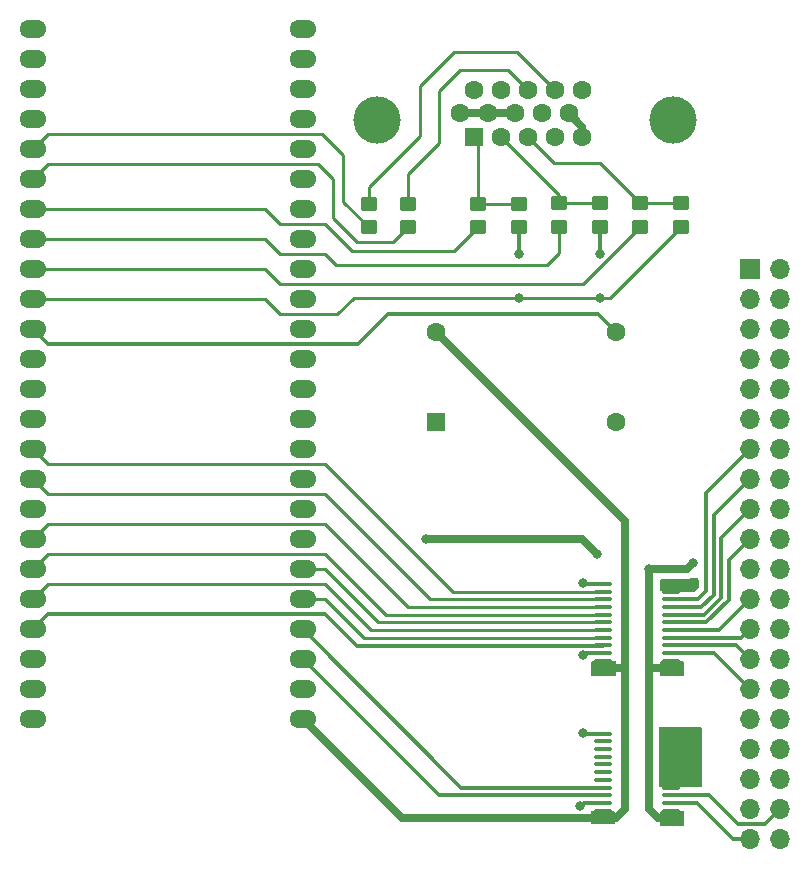
<source format=gbr>
%TF.GenerationSoftware,KiCad,Pcbnew,7.0.10*%
%TF.CreationDate,2024-01-21T15:51:13-05:00*%
%TF.ProjectId,jml-8-mini-vga,6a6d6c2d-382d-46d6-996e-692d7667612e,rev?*%
%TF.SameCoordinates,Original*%
%TF.FileFunction,Copper,L1,Top*%
%TF.FilePolarity,Positive*%
%FSLAX46Y46*%
G04 Gerber Fmt 4.6, Leading zero omitted, Abs format (unit mm)*
G04 Created by KiCad (PCBNEW 7.0.10) date 2024-01-21 15:51:13*
%MOMM*%
%LPD*%
G01*
G04 APERTURE LIST*
G04 Aperture macros list*
%AMRoundRect*
0 Rectangle with rounded corners*
0 $1 Rounding radius*
0 $2 $3 $4 $5 $6 $7 $8 $9 X,Y pos of 4 corners*
0 Add a 4 corners polygon primitive as box body*
4,1,4,$2,$3,$4,$5,$6,$7,$8,$9,$2,$3,0*
0 Add four circle primitives for the rounded corners*
1,1,$1+$1,$2,$3*
1,1,$1+$1,$4,$5*
1,1,$1+$1,$6,$7*
1,1,$1+$1,$8,$9*
0 Add four rect primitives between the rounded corners*
20,1,$1+$1,$2,$3,$4,$5,0*
20,1,$1+$1,$4,$5,$6,$7,0*
20,1,$1+$1,$6,$7,$8,$9,0*
20,1,$1+$1,$8,$9,$2,$3,0*%
G04 Aperture macros list end*
%TA.AperFunction,ComponentPad*%
%ADD10R,1.600000X1.600000*%
%TD*%
%TA.AperFunction,ComponentPad*%
%ADD11C,1.600000*%
%TD*%
%TA.AperFunction,SMDPad,CuDef*%
%ADD12RoundRect,0.100000X0.637500X0.100000X-0.637500X0.100000X-0.637500X-0.100000X0.637500X-0.100000X0*%
%TD*%
%TA.AperFunction,ComponentPad*%
%ADD13O,2.286000X1.524000*%
%TD*%
%TA.AperFunction,ComponentPad*%
%ADD14C,4.000000*%
%TD*%
%TA.AperFunction,SMDPad,CuDef*%
%ADD15RoundRect,0.250000X0.450000X-0.350000X0.450000X0.350000X-0.450000X0.350000X-0.450000X-0.350000X0*%
%TD*%
%TA.AperFunction,ComponentPad*%
%ADD16R,1.700000X1.700000*%
%TD*%
%TA.AperFunction,ComponentPad*%
%ADD17O,1.700000X1.700000*%
%TD*%
%TA.AperFunction,ViaPad*%
%ADD18C,0.800000*%
%TD*%
%TA.AperFunction,Conductor*%
%ADD19C,0.304800*%
%TD*%
%TA.AperFunction,Conductor*%
%ADD20C,0.635000*%
%TD*%
%TA.AperFunction,Conductor*%
%ADD21C,0.250000*%
%TD*%
G04 APERTURE END LIST*
D10*
%TO.P,X1,1,NC*%
%TO.N,unconnected-(X1-NC-Pad1)*%
X148463000Y-76835000D03*
D11*
%TO.P,X1,7,GND*%
%TO.N,GND*%
X163703000Y-76835000D03*
%TO.P,X1,8,OUT*%
%TO.N,/25.175MHz*%
X163703000Y-69215000D03*
%TO.P,X1,14,Vcc*%
%TO.N,+3.3V*%
X148463000Y-69215000D03*
%TD*%
D12*
%TO.P,U3,1,V_{CCA}*%
%TO.N,+5V*%
X168343500Y-110363000D03*
%TO.P,U3,2,DIR*%
X168343500Y-109713000D03*
%TO.P,U3,3,A0*%
%TO.N,/~{IORQ}*%
X168343500Y-109063000D03*
%TO.P,U3,4,A1*%
%TO.N,/~{WR}*%
X168343500Y-108413000D03*
%TO.P,U3,5,A2*%
%TO.N,GND*%
X168343500Y-107763000D03*
%TO.P,U3,6,A3*%
X168343500Y-107113000D03*
%TO.P,U3,7,A4*%
X168343500Y-106463000D03*
%TO.P,U3,8,A5*%
X168343500Y-105813000D03*
%TO.P,U3,9,A6*%
X168343500Y-105163000D03*
%TO.P,U3,10,A7*%
X168343500Y-104513000D03*
%TO.P,U3,11,GND*%
X168343500Y-103863000D03*
%TO.P,U3,12,GND*%
X168343500Y-103213000D03*
%TO.P,U3,13,GND*%
X162618500Y-103213000D03*
%TO.P,U3,14,B7*%
%TO.N,unconnected-(U3-B7-Pad14)*%
X162618500Y-103863000D03*
%TO.P,U3,15,B6*%
%TO.N,unconnected-(U3-B6-Pad15)*%
X162618500Y-104513000D03*
%TO.P,U3,16,B5*%
%TO.N,unconnected-(U3-B5-Pad16)*%
X162618500Y-105163000D03*
%TO.P,U3,17,B4*%
%TO.N,unconnected-(U3-B4-Pad17)*%
X162618500Y-105813000D03*
%TO.P,U3,18,B3*%
%TO.N,unconnected-(U3-B3-Pad18)*%
X162618500Y-106463000D03*
%TO.P,U3,19,B2*%
%TO.N,unconnected-(U3-B2-Pad19)*%
X162618500Y-107113000D03*
%TO.P,U3,20,B1*%
%TO.N,/~{FPGA_WR}*%
X162618500Y-107763000D03*
%TO.P,U3,21,B0*%
%TO.N,/~{FPGA_IORQ}*%
X162618500Y-108413000D03*
%TO.P,U3,22,~{OE}*%
%TO.N,GND*%
X162618500Y-109063000D03*
%TO.P,U3,23,V_{CCB}*%
%TO.N,+3.3V*%
X162618500Y-109713000D03*
%TO.P,U3,24,V_{CCB}*%
X162618500Y-110363000D03*
%TD*%
D13*
%TO.P,U1,1,38/IOB31B/TF_CS*%
%TO.N,unconnected-(U1-38{slash}IOB31B{slash}TF_CS-Pad1)*%
X114300000Y-43561000D03*
%TO.P,U1,2,37/IOB31A/TF_MOSI*%
%TO.N,unconnected-(U1-37{slash}IOB31A{slash}TF_MOSI-Pad2)*%
X114300000Y-46101000D03*
%TO.P,U1,3,36/IOB29B/TF_SCLK/GCLKC_4*%
%TO.N,unconnected-(U1-36{slash}IOB29B{slash}TF_SCLK{slash}GCLKC_4-Pad3)*%
X114300000Y-48641000D03*
%TO.P,U1,4,39/IOB33A/TF_MISO*%
%TO.N,unconnected-(U1-39{slash}IOB33A{slash}TF_MISO-Pad4)*%
X114300000Y-51181000D03*
%TO.P,U1,5,25/IOB8A*%
%TO.N,/FPGA_VSYNC*%
X114300000Y-53721000D03*
%TO.P,U1,6,26/IOB8B*%
%TO.N,/FPGA_HSYNC*%
X114300000Y-56261000D03*
%TO.P,U1,7,27/IOB11A*%
%TO.N,/FPGA_RED*%
X114300000Y-58801000D03*
%TO.P,U1,8,28/IOB11B*%
%TO.N,/FPGA_GRN*%
X114300000Y-61341000D03*
%TO.P,U1,9,29/IOB13A*%
%TO.N,/FPGA_BLU*%
X114300000Y-63881000D03*
%TO.P,U1,10,30/IOB13B*%
%TO.N,/FPGA_LUM*%
X114300000Y-66421000D03*
%TO.P,U1,11,33/IOB23A/RGB_DE*%
%TO.N,/25.175MHz*%
X114300000Y-68961000D03*
%TO.P,U1,12,34/IOB23B/RGB_VS*%
%TO.N,unconnected-(U1-34{slash}IOB23B{slash}RGB_VS-Pad12)*%
X114300000Y-71501000D03*
%TO.P,U1,13,40/IOB33B/RGB_HS*%
%TO.N,unconnected-(U1-40{slash}IOB33B{slash}RGB_HS-Pad13)*%
X114300000Y-74041000D03*
%TO.P,U1,14,35/IOB29A/RGB_CK/GCLKT_4*%
%TO.N,unconnected-(U1-35{slash}IOB29A{slash}RGB_CK{slash}GCLKT_4-Pad14)*%
X114300000Y-76581000D03*
%TO.P,U1,15,41/IOB41A/RGB_B7*%
%TO.N,/FPGA_D4*%
X114300000Y-79121000D03*
%TO.P,U1,16,42/IOB41B/RGB_B6*%
%TO.N,/FPGA_D3*%
X114300000Y-81661000D03*
%TO.P,U1,17,51/IOR17B/RGB_B5/GCLKC_3*%
%TO.N,unconnected-(U1-51{slash}IOR17B{slash}RGB_B5{slash}GCLKC_3-Pad17)*%
X114300000Y-84201000D03*
%TO.P,U1,18,53/IOR15B/RGB_B4*%
%TO.N,/FPGA_D5*%
X114300000Y-86741000D03*
%TO.P,U1,19,54/IOR15A/RGB_B3*%
%TO.N,/FPGA_D6*%
X114300000Y-89281000D03*
%TO.P,U1,20,55/IOR14B/RGB_G7*%
%TO.N,/FPGA_D7*%
X114300000Y-91821000D03*
%TO.P,U1,21,56/IOR14A/RGB_G6*%
%TO.N,/FPGA_D1*%
X114300000Y-94361000D03*
%TO.P,U1,22,57/IOR13A/RGB_G5*%
%TO.N,unconnected-(U1-57{slash}IOR13A{slash}RGB_G5-Pad22)*%
X114300000Y-96901000D03*
%TO.P,U1,23,68/IOT42B/RGB_G4/HDMI_CKN*%
%TO.N,unconnected-(U1-68{slash}IOT42B{slash}RGB_G4{slash}HDMI_CKN-Pad23)*%
X114300000Y-99441000D03*
%TO.P,U1,24,69/IOT42A/RGB_G3/HDMI_CKP*%
%TO.N,unconnected-(U1-69{slash}IOT42A{slash}RGB_G3{slash}HDMI_CKP-Pad24)*%
X114300000Y-101981000D03*
%TO.P,U1,25,3V3*%
%TO.N,+3.3V*%
X137160000Y-101981000D03*
%TO.P,U1,26,GND*%
%TO.N,GND*%
X137160000Y-99441000D03*
%TO.P,U1,27,32/IOB15B/RGB_INIT*%
%TO.N,/~{FPGA_IORQ}*%
X137160000Y-96901000D03*
%TO.P,U1,28,31/IOB15A/RGB_INIT*%
%TO.N,/~{FPGA_WR}*%
X137160000Y-94361000D03*
%TO.P,U1,29,49/IOR24A/SPILCD_RS*%
%TO.N,/FPGA_D0*%
X137160000Y-91821000D03*
%TO.P,U1,30,48/IOR24B/SPILCD_CS*%
%TO.N,/FPGA_D2*%
X137160000Y-89281000D03*
%TO.P,U1,31,5V*%
%TO.N,+5V*%
X137160000Y-86741000D03*
%TO.P,U1,32,70/IOT41B/RGB_G2/HDMI_D0N*%
%TO.N,unconnected-(U1-70{slash}IOT41B{slash}RGB_G2{slash}HDMI_D0N-Pad32)*%
X137160000Y-84201000D03*
%TO.P,U1,33,71/IOT41A/RGB_R7/HDMI_D0P*%
%TO.N,unconnected-(U1-71{slash}IOT41A{slash}RGB_R7{slash}HDMI_D0P-Pad33)*%
X137160000Y-81661000D03*
%TO.P,U1,34,72/IOT39B/RGB_R6/HDMI_D1N*%
%TO.N,unconnected-(U1-72{slash}IOT39B{slash}RGB_R6{slash}HDMI_D1N-Pad34)*%
X137160000Y-79121000D03*
%TO.P,U1,35,73/IOT39A/RGB_R5/HDMI_D1P*%
%TO.N,unconnected-(U1-73{slash}IOT39A{slash}RGB_R5{slash}HDMI_D1P-Pad35)*%
X137160000Y-76581000D03*
%TO.P,U1,36,74/IOT38B/RGB_R4/HDMI_D2N*%
%TO.N,unconnected-(U1-74{slash}IOT38B{slash}RGB_R4{slash}HDMI_D2N-Pad36)*%
X137160000Y-74041000D03*
%TO.P,U1,37,75/IOT38A/RGB_R3/HDMI_D2P*%
%TO.N,unconnected-(U1-75{slash}IOT38A{slash}RGB_R3{slash}HDMI_D2P-Pad37)*%
X137160000Y-71501000D03*
%TO.P,U1,38,76/IOT37B/SPILCD_CK*%
%TO.N,unconnected-(U1-76{slash}IOT37B{slash}SPILCD_CK-Pad38)*%
X137160000Y-68961000D03*
%TO.P,U1,39,77/IOT37A/SPILCD_MO*%
%TO.N,unconnected-(U1-77{slash}IOT37A{slash}SPILCD_MO-Pad39)*%
X137160000Y-66421000D03*
%TO.P,U1,40,79/IOT12B*%
%TO.N,unconnected-(U1-79{slash}IOT12B-Pad40)*%
X137160000Y-63881000D03*
%TO.P,U1,41,80/IOT12A*%
%TO.N,unconnected-(U1-80{slash}IOT12A-Pad41)*%
X137160000Y-61341000D03*
%TO.P,U1,42,81/IOT11B*%
%TO.N,unconnected-(U1-81{slash}IOT11B-Pad42)*%
X137160000Y-58801000D03*
%TO.P,U1,43,82/IOT11A*%
%TO.N,unconnected-(U1-82{slash}IOT11A-Pad43)*%
X137160000Y-56261000D03*
%TO.P,U1,44,83/IOT10B*%
%TO.N,unconnected-(U1-83{slash}IOT10B-Pad44)*%
X137160000Y-53721000D03*
%TO.P,U1,45,84/IOT10A*%
%TO.N,unconnected-(U1-84{slash}IOT10A-Pad45)*%
X137160000Y-51181000D03*
%TO.P,U1,46,85/IOT8B*%
%TO.N,unconnected-(U1-85{slash}IOT8B-Pad46)*%
X137160000Y-48641000D03*
%TO.P,U1,47,86/IOT8A/RGB_BL*%
%TO.N,unconnected-(U1-86{slash}IOT8A{slash}RGB_BL-Pad47)*%
X137160000Y-46101000D03*
%TO.P,U1,48,63/IOR5A/RGB_INIT*%
%TO.N,unconnected-(U1-63{slash}IOR5A{slash}RGB_INIT-Pad48)*%
X137160000Y-43561000D03*
%TD*%
D14*
%TO.P,J1,0*%
%TO.N,GND*%
X168471000Y-51243331D03*
X143471000Y-51243331D03*
D10*
%TO.P,J1,1*%
%TO.N,/VGA_RED*%
X151656000Y-52663331D03*
D11*
%TO.P,J1,2*%
%TO.N,/VGA_GRN*%
X153946000Y-52663331D03*
%TO.P,J1,3*%
%TO.N,/VGA_BLU*%
X156236000Y-52663331D03*
%TO.P,J1,4*%
%TO.N,unconnected-(J1-Pad4)*%
X158526000Y-52663331D03*
%TO.P,J1,5*%
%TO.N,GND*%
X160816000Y-52663331D03*
%TO.P,J1,6*%
X150511000Y-50683331D03*
%TO.P,J1,7*%
X152801000Y-50683331D03*
%TO.P,J1,8*%
X155091000Y-50683331D03*
%TO.P,J1,9*%
%TO.N,unconnected-(J1-Pad9)*%
X157381000Y-50683331D03*
%TO.P,J1,10*%
%TO.N,GND*%
X159671000Y-50683331D03*
%TO.P,J1,11*%
%TO.N,unconnected-(J1-Pad11)*%
X151656000Y-48703331D03*
%TO.P,J1,12*%
%TO.N,unconnected-(J1-Pad12)*%
X153946000Y-48703331D03*
%TO.P,J1,13*%
%TO.N,/VGA_HSYNC*%
X156236000Y-48703331D03*
%TO.P,J1,14*%
%TO.N,/VGA_VSYNC*%
X158526000Y-48703331D03*
%TO.P,J1,15*%
%TO.N,unconnected-(J1-Pad15)*%
X160816000Y-48703331D03*
%TD*%
D15*
%TO.P,R7,1*%
%TO.N,/FPGA_BLU*%
X165735000Y-60309000D03*
%TO.P,R7,2*%
%TO.N,/VGA_BLU*%
X165735000Y-58309000D03*
%TD*%
%TO.P,R1,1*%
%TO.N,/FPGA_VSYNC*%
X142748000Y-60325000D03*
%TO.P,R1,2*%
%TO.N,/VGA_VSYNC*%
X142748000Y-58325000D03*
%TD*%
%TO.P,R5,1*%
%TO.N,/FPGA_GRN*%
X158877000Y-60309000D03*
%TO.P,R5,2*%
%TO.N,/VGA_GRN*%
X158877000Y-58309000D03*
%TD*%
%TO.P,R8,1*%
%TO.N,/FPGA_LUM*%
X169164000Y-60309000D03*
%TO.P,R8,2*%
%TO.N,/VGA_BLU*%
X169164000Y-58309000D03*
%TD*%
%TO.P,R2,1*%
%TO.N,/FPGA_HSYNC*%
X146101000Y-60325000D03*
%TO.P,R2,2*%
%TO.N,/VGA_HSYNC*%
X146101000Y-58325000D03*
%TD*%
D16*
%TO.P,J2,1,Pin_1*%
%TO.N,unconnected-(J2-Pin_1-Pad1)*%
X175006000Y-63881000D03*
D17*
%TO.P,J2,2,Pin_2*%
%TO.N,unconnected-(J2-Pin_2-Pad2)*%
X177546000Y-63881000D03*
%TO.P,J2,3,Pin_3*%
%TO.N,unconnected-(J2-Pin_3-Pad3)*%
X175006000Y-66421000D03*
%TO.P,J2,4,Pin_4*%
%TO.N,unconnected-(J2-Pin_4-Pad4)*%
X177546000Y-66421000D03*
%TO.P,J2,5,Pin_5*%
%TO.N,unconnected-(J2-Pin_5-Pad5)*%
X175006000Y-68961000D03*
%TO.P,J2,6,Pin_6*%
%TO.N,unconnected-(J2-Pin_6-Pad6)*%
X177546000Y-68961000D03*
%TO.P,J2,7,Pin_7*%
%TO.N,unconnected-(J2-Pin_7-Pad7)*%
X175006000Y-71501000D03*
%TO.P,J2,8,Pin_8*%
%TO.N,unconnected-(J2-Pin_8-Pad8)*%
X177546000Y-71501000D03*
%TO.P,J2,9,Pin_9*%
%TO.N,unconnected-(J2-Pin_9-Pad9)*%
X175006000Y-74041000D03*
%TO.P,J2,10,Pin_10*%
%TO.N,unconnected-(J2-Pin_10-Pad10)*%
X177546000Y-74041000D03*
%TO.P,J2,11,Pin_11*%
%TO.N,unconnected-(J2-Pin_11-Pad11)*%
X175006000Y-76581000D03*
%TO.P,J2,12,Pin_12*%
%TO.N,unconnected-(J2-Pin_12-Pad12)*%
X177546000Y-76581000D03*
%TO.P,J2,13,Pin_13*%
%TO.N,/D4*%
X175006000Y-79121000D03*
%TO.P,J2,14,Pin_14*%
%TO.N,unconnected-(J2-Pin_14-Pad14)*%
X177546000Y-79121000D03*
%TO.P,J2,15,Pin_15*%
%TO.N,/D3*%
X175006000Y-81661000D03*
%TO.P,J2,16,Pin_16*%
%TO.N,unconnected-(J2-Pin_16-Pad16)*%
X177546000Y-81661000D03*
%TO.P,J2,17,Pin_17*%
%TO.N,/D5*%
X175006000Y-84201000D03*
%TO.P,J2,18,Pin_18*%
%TO.N,unconnected-(J2-Pin_18-Pad18)*%
X177546000Y-84201000D03*
%TO.P,J2,19,Pin_19*%
%TO.N,/D6*%
X175006000Y-86741000D03*
%TO.P,J2,20,Pin_20*%
%TO.N,unconnected-(J2-Pin_20-Pad20)*%
X177546000Y-86741000D03*
%TO.P,J2,21,Pin_21*%
%TO.N,+5V*%
X175006000Y-89281000D03*
%TO.P,J2,22,Pin_22*%
%TO.N,GND*%
X177546000Y-89281000D03*
%TO.P,J2,23,Pin_23*%
%TO.N,/D2*%
X175006000Y-91821000D03*
%TO.P,J2,24,Pin_24*%
%TO.N,unconnected-(J2-Pin_24-Pad24)*%
X177546000Y-91821000D03*
%TO.P,J2,25,Pin_25*%
%TO.N,/D7*%
X175006000Y-94361000D03*
%TO.P,J2,26,Pin_26*%
%TO.N,unconnected-(J2-Pin_26-Pad26)*%
X177546000Y-94361000D03*
%TO.P,J2,27,Pin_27*%
%TO.N,/D0*%
X175006000Y-96901000D03*
%TO.P,J2,28,Pin_28*%
%TO.N,unconnected-(J2-Pin_28-Pad28)*%
X177546000Y-96901000D03*
%TO.P,J2,29,Pin_29*%
%TO.N,/D1*%
X175006000Y-99441000D03*
%TO.P,J2,30,Pin_30*%
%TO.N,unconnected-(J2-Pin_30-Pad30)*%
X177546000Y-99441000D03*
%TO.P,J2,31,Pin_31*%
%TO.N,unconnected-(J2-Pin_31-Pad31)*%
X175006000Y-101981000D03*
%TO.P,J2,32,Pin_32*%
%TO.N,unconnected-(J2-Pin_32-Pad32)*%
X177546000Y-101981000D03*
%TO.P,J2,33,Pin_33*%
%TO.N,unconnected-(J2-Pin_33-Pad33)*%
X175006000Y-104521000D03*
%TO.P,J2,34,Pin_34*%
%TO.N,unconnected-(J2-Pin_34-Pad34)*%
X177546000Y-104521000D03*
%TO.P,J2,35,Pin_35*%
%TO.N,unconnected-(J2-Pin_35-Pad35)*%
X175006000Y-107061000D03*
%TO.P,J2,36,Pin_36*%
%TO.N,unconnected-(J2-Pin_36-Pad36)*%
X177546000Y-107061000D03*
%TO.P,J2,37,Pin_37*%
%TO.N,unconnected-(J2-Pin_37-Pad37)*%
X175006000Y-109601000D03*
%TO.P,J2,38,Pin_38*%
%TO.N,/~{WR}*%
X177546000Y-109601000D03*
%TO.P,J2,39,Pin_39*%
%TO.N,/~{IORQ}*%
X175006000Y-112141000D03*
%TO.P,J2,40,Pin_40*%
%TO.N,unconnected-(J2-Pin_40-Pad40)*%
X177546000Y-112141000D03*
%TD*%
D15*
%TO.P,R4,1*%
%TO.N,/FPGA_LUM*%
X155459000Y-60325000D03*
%TO.P,R4,2*%
%TO.N,/VGA_RED*%
X155459000Y-58325000D03*
%TD*%
%TO.P,R6,1*%
%TO.N,/FPGA_LUM*%
X162306000Y-60309000D03*
%TO.P,R6,2*%
%TO.N,/VGA_GRN*%
X162306000Y-58309000D03*
%TD*%
%TO.P,R3,1*%
%TO.N,/FPGA_RED*%
X152001000Y-60325000D03*
%TO.P,R3,2*%
%TO.N,/VGA_RED*%
X152001000Y-58325000D03*
%TD*%
D12*
%TO.P,U2,1,V_{CCA}*%
%TO.N,+5V*%
X168343500Y-97682000D03*
%TO.P,U2,2,DIR*%
X168343500Y-97032000D03*
%TO.P,U2,3,A0*%
%TO.N,/D1*%
X168343500Y-96382000D03*
%TO.P,U2,4,A1*%
%TO.N,/D0*%
X168343500Y-95732000D03*
%TO.P,U2,5,A2*%
%TO.N,/D7*%
X168343500Y-95082000D03*
%TO.P,U2,6,A3*%
%TO.N,/D2*%
X168343500Y-94432000D03*
%TO.P,U2,7,A4*%
%TO.N,/D6*%
X168343500Y-93782000D03*
%TO.P,U2,8,A5*%
%TO.N,/D5*%
X168343500Y-93132000D03*
%TO.P,U2,9,A6*%
%TO.N,/D3*%
X168343500Y-92482000D03*
%TO.P,U2,10,A7*%
%TO.N,/D4*%
X168343500Y-91832000D03*
%TO.P,U2,11,GND*%
%TO.N,GND*%
X168343500Y-91182000D03*
%TO.P,U2,12,GND*%
X168343500Y-90532000D03*
%TO.P,U2,13,GND*%
X162618500Y-90532000D03*
%TO.P,U2,14,B7*%
%TO.N,/FPGA_D4*%
X162618500Y-91182000D03*
%TO.P,U2,15,B6*%
%TO.N,/FPGA_D3*%
X162618500Y-91832000D03*
%TO.P,U2,16,B5*%
%TO.N,/FPGA_D5*%
X162618500Y-92482000D03*
%TO.P,U2,17,B4*%
%TO.N,/FPGA_D6*%
X162618500Y-93132000D03*
%TO.P,U2,18,B3*%
%TO.N,/FPGA_D2*%
X162618500Y-93782000D03*
%TO.P,U2,19,B2*%
%TO.N,/FPGA_D7*%
X162618500Y-94432000D03*
%TO.P,U2,20,B1*%
%TO.N,/FPGA_D0*%
X162618500Y-95082000D03*
%TO.P,U2,21,B0*%
%TO.N,/FPGA_D1*%
X162618500Y-95732000D03*
%TO.P,U2,22,~{OE}*%
%TO.N,GND*%
X162618500Y-96382000D03*
%TO.P,U2,23,V_{CCB}*%
%TO.N,+3.3V*%
X162618500Y-97032000D03*
%TO.P,U2,24,V_{CCB}*%
X162618500Y-97682000D03*
%TD*%
D18*
%TO.N,GND*%
X170053000Y-106299000D03*
X160909000Y-90424000D03*
X160909000Y-96520000D03*
X160909000Y-103124000D03*
X170053000Y-103251000D03*
X170053000Y-104267000D03*
X170053000Y-90678000D03*
X170053000Y-107315000D03*
X160655000Y-109347000D03*
X170053000Y-105283000D03*
%TO.N,+5V*%
X147574000Y-86741000D03*
X166497000Y-89281000D03*
X162052000Y-88011000D03*
X170180000Y-88773000D03*
%TO.N,/FPGA_LUM*%
X155448000Y-66294000D03*
X162306000Y-62611000D03*
X162306000Y-66294000D03*
X155448000Y-62611000D03*
%TD*%
D19*
%TO.N,GND*%
X162618500Y-90532000D02*
X161017000Y-90532000D01*
D20*
X150511000Y-50683331D02*
X152801000Y-50683331D01*
X160816000Y-52663331D02*
X160816000Y-51828331D01*
D19*
X162618500Y-103213000D02*
X160998000Y-103213000D01*
X162618500Y-109063000D02*
X160939000Y-109063000D01*
X160939000Y-109063000D02*
X160655000Y-109347000D01*
D20*
X152801000Y-50683331D02*
X155091000Y-50683331D01*
D19*
X160998000Y-103213000D02*
X160909000Y-103124000D01*
X161017000Y-90532000D02*
X160909000Y-90424000D01*
D20*
X160816000Y-51828331D02*
X159671000Y-50683331D01*
D19*
X161047000Y-96382000D02*
X160909000Y-96520000D01*
X162618500Y-96382000D02*
X161047000Y-96382000D01*
D21*
%TO.N,/VGA_RED*%
X152001000Y-53008331D02*
X151656000Y-52663331D01*
X155459000Y-58325000D02*
X152001000Y-58325000D01*
X152001000Y-58325000D02*
X152001000Y-53008331D01*
%TO.N,/VGA_GRN*%
X162306000Y-58309000D02*
X158877000Y-58309000D01*
X158877000Y-57594331D02*
X153946000Y-52663331D01*
X158877000Y-58309000D02*
X158877000Y-57594331D01*
%TO.N,/VGA_BLU*%
X169164000Y-58309000D02*
X165735000Y-58309000D01*
X162290000Y-54864000D02*
X158436669Y-54864000D01*
X158436669Y-54864000D02*
X156236000Y-52663331D01*
X165735000Y-58309000D02*
X162290000Y-54864000D01*
%TO.N,/VGA_HSYNC*%
X146101000Y-55829000D02*
X148717000Y-53213000D01*
X154522669Y-46990000D02*
X156236000Y-48703331D01*
X148717000Y-53213000D02*
X148717000Y-48768000D01*
X150495000Y-46990000D02*
X154522669Y-46990000D01*
X148717000Y-48768000D02*
X150495000Y-46990000D01*
X146101000Y-58325000D02*
X146101000Y-55829000D01*
%TO.N,/VGA_VSYNC*%
X147066000Y-48387000D02*
X149987000Y-45466000D01*
X142748000Y-58325000D02*
X142748000Y-56896000D01*
X149987000Y-45466000D02*
X155288669Y-45466000D01*
X147066000Y-52578000D02*
X147066000Y-48387000D01*
X155288669Y-45466000D02*
X158526000Y-48703331D01*
X142748000Y-56896000D02*
X147066000Y-52578000D01*
D19*
%TO.N,/D4*%
X168343500Y-91832000D02*
X170613500Y-91832000D01*
X171323000Y-82804000D02*
X175006000Y-79121000D01*
X170613500Y-91832000D02*
X171323000Y-91122500D01*
X171323000Y-91122500D02*
X171323000Y-82804000D01*
%TO.N,/D3*%
X171958000Y-91440000D02*
X171958000Y-84709000D01*
X170916000Y-92482000D02*
X171958000Y-91440000D01*
X168343500Y-92482000D02*
X170916000Y-92482000D01*
X171958000Y-84709000D02*
X175006000Y-81661000D01*
%TO.N,/D5*%
X172593000Y-91694000D02*
X172593000Y-86614000D01*
X171155000Y-93132000D02*
X172593000Y-91694000D01*
X168343500Y-93132000D02*
X171155000Y-93132000D01*
X172593000Y-86614000D02*
X175006000Y-84201000D01*
%TO.N,/D6*%
X171330500Y-93782000D02*
X173228000Y-91884500D01*
X173228000Y-91884500D02*
X173228000Y-88519000D01*
X168343500Y-93782000D02*
X171330500Y-93782000D01*
X173228000Y-88519000D02*
X175006000Y-86741000D01*
D20*
%TO.N,+5V*%
X166497000Y-109601000D02*
X166497000Y-97682000D01*
X147574000Y-86741000D02*
X160782000Y-86741000D01*
X166497000Y-97682000D02*
X168343500Y-97682000D01*
X169672000Y-89281000D02*
X170180000Y-88773000D01*
X166497000Y-97682000D02*
X166497000Y-89281000D01*
X167259000Y-110363000D02*
X166497000Y-109601000D01*
X160782000Y-86741000D02*
X162052000Y-88011000D01*
X166497000Y-89281000D02*
X169672000Y-89281000D01*
X168343500Y-110363000D02*
X167259000Y-110363000D01*
D19*
%TO.N,/D2*%
X168343500Y-94432000D02*
X172395000Y-94432000D01*
X172395000Y-94432000D02*
X175006000Y-91821000D01*
%TO.N,/D7*%
X174285000Y-95082000D02*
X175006000Y-94361000D01*
X168343500Y-95082000D02*
X174285000Y-95082000D01*
%TO.N,/D0*%
X168343500Y-95732000D02*
X173837000Y-95732000D01*
X173837000Y-95732000D02*
X175006000Y-96901000D01*
%TO.N,/D1*%
X171947000Y-96382000D02*
X175006000Y-99441000D01*
X168343500Y-96382000D02*
X171947000Y-96382000D01*
%TO.N,/~{WR}*%
X171532000Y-108413000D02*
X173990000Y-110871000D01*
X173990000Y-110871000D02*
X176276000Y-110871000D01*
X176276000Y-110871000D02*
X177546000Y-109601000D01*
X168343500Y-108413000D02*
X171532000Y-108413000D01*
%TO.N,/~{IORQ}*%
X175006000Y-112141000D02*
X173609000Y-112141000D01*
X173609000Y-112141000D02*
X170531000Y-109063000D01*
X170531000Y-109063000D02*
X168343500Y-109063000D01*
D21*
%TO.N,/FPGA_VSYNC*%
X115570000Y-52451000D02*
X114300000Y-53721000D01*
X142748000Y-60325000D02*
X140589000Y-58166000D01*
X138811000Y-52451000D02*
X115570000Y-52451000D01*
X140589000Y-58166000D02*
X140589000Y-54229000D01*
X140589000Y-54229000D02*
X138811000Y-52451000D01*
%TO.N,/FPGA_HSYNC*%
X115570000Y-54991000D02*
X114300000Y-56261000D01*
X138430000Y-54991000D02*
X115570000Y-54991000D01*
X144831000Y-61595000D02*
X141732000Y-61595000D01*
X141732000Y-61595000D02*
X139700000Y-59563000D01*
X146101000Y-60325000D02*
X144831000Y-61595000D01*
X139700000Y-59563000D02*
X139700000Y-56261000D01*
X139700000Y-56261000D02*
X138430000Y-54991000D01*
%TO.N,/FPGA_RED*%
X114300000Y-58801000D02*
X133985000Y-58801000D01*
X141351000Y-62357000D02*
X149969000Y-62357000D01*
X149969000Y-62357000D02*
X152001000Y-60325000D01*
X139065000Y-60071000D02*
X141351000Y-62357000D01*
X133985000Y-58801000D02*
X135255000Y-60071000D01*
X135255000Y-60071000D02*
X139065000Y-60071000D01*
D19*
%TO.N,/FPGA_LUM*%
X155448000Y-60336000D02*
X155459000Y-60325000D01*
D21*
X133985000Y-66421000D02*
X135255000Y-67691000D01*
D19*
X162306000Y-62611000D02*
X162306000Y-60309000D01*
X155448000Y-62611000D02*
X155448000Y-60336000D01*
D21*
X135255000Y-67691000D02*
X140081000Y-67691000D01*
X114300000Y-66421000D02*
X133985000Y-66421000D01*
X140081000Y-67691000D02*
X141478000Y-66294000D01*
X141478000Y-66294000D02*
X163179000Y-66294000D01*
X163179000Y-66294000D02*
X169164000Y-60309000D01*
%TO.N,/FPGA_GRN*%
X135255000Y-62611000D02*
X139065000Y-62611000D01*
X114300000Y-61341000D02*
X133985000Y-61341000D01*
X157861000Y-63500000D02*
X158877000Y-62484000D01*
X133985000Y-61341000D02*
X135255000Y-62611000D01*
X158877000Y-62484000D02*
X158877000Y-60309000D01*
X139954000Y-63500000D02*
X157861000Y-63500000D01*
X139065000Y-62611000D02*
X139954000Y-63500000D01*
%TO.N,/FPGA_BLU*%
X114300000Y-63881000D02*
X133985000Y-63881000D01*
X160893000Y-65151000D02*
X165735000Y-60309000D01*
X133985000Y-63881000D02*
X135255000Y-65151000D01*
X135255000Y-65151000D02*
X160893000Y-65151000D01*
D19*
%TO.N,/25.175MHz*%
X163703000Y-69215000D02*
X162179000Y-67691000D01*
X141859000Y-70231000D02*
X115570000Y-70231000D01*
X115570000Y-70231000D02*
X114300000Y-68961000D01*
X144399000Y-67691000D02*
X141859000Y-70231000D01*
X162179000Y-67691000D02*
X144399000Y-67691000D01*
D21*
%TO.N,/FPGA_D0*%
X139065000Y-91821000D02*
X137160000Y-91821000D01*
X142326000Y-95082000D02*
X139065000Y-91821000D01*
X162618500Y-95082000D02*
X142326000Y-95082000D01*
D19*
%TO.N,/FPGA_D1*%
X162592500Y-95758000D02*
X141732000Y-95758000D01*
X115570000Y-93091000D02*
X114300000Y-94361000D01*
X162618500Y-95732000D02*
X162592500Y-95758000D01*
X141732000Y-95758000D02*
X139065000Y-93091000D01*
X139065000Y-93091000D02*
X115570000Y-93091000D01*
D21*
%TO.N,/FPGA_D2*%
X139065000Y-89281000D02*
X137160000Y-89281000D01*
X143566000Y-93782000D02*
X139065000Y-89281000D01*
X162618500Y-93782000D02*
X143566000Y-93782000D01*
%TO.N,/FPGA_D3*%
X139065000Y-82931000D02*
X115570000Y-82931000D01*
X115570000Y-82931000D02*
X114300000Y-81661000D01*
X147966000Y-91832000D02*
X139065000Y-82931000D01*
X162618500Y-91832000D02*
X147966000Y-91832000D01*
%TO.N,/FPGA_D4*%
X162618500Y-91182000D02*
X149856000Y-91182000D01*
X139065000Y-80391000D02*
X115570000Y-80391000D01*
X115570000Y-80391000D02*
X114300000Y-79121000D01*
X149856000Y-91182000D02*
X139065000Y-80391000D01*
%TO.N,/FPGA_D5*%
X139065000Y-85471000D02*
X115570000Y-85471000D01*
X115570000Y-85471000D02*
X114300000Y-86741000D01*
X162618500Y-92482000D02*
X146076000Y-92482000D01*
X146076000Y-92482000D02*
X139065000Y-85471000D01*
D20*
%TO.N,+3.3V*%
X145542000Y-110363000D02*
X162618500Y-110363000D01*
X164465000Y-109601000D02*
X164465000Y-97682000D01*
X164465000Y-85217000D02*
X148463000Y-69215000D01*
X164465000Y-97682000D02*
X162618500Y-97682000D01*
X163703000Y-110363000D02*
X164465000Y-109601000D01*
X164465000Y-97682000D02*
X164465000Y-85217000D01*
X137160000Y-101981000D02*
X145542000Y-110363000D01*
X162618500Y-110363000D02*
X163703000Y-110363000D01*
D21*
%TO.N,/FPGA_D7*%
X139065000Y-90551000D02*
X115570000Y-90551000D01*
X162618500Y-94432000D02*
X142946000Y-94432000D01*
X142946000Y-94432000D02*
X139065000Y-90551000D01*
X115570000Y-90551000D02*
X114300000Y-91821000D01*
%TO.N,/FPGA_D6*%
X144186000Y-93132000D02*
X139065000Y-88011000D01*
X162618500Y-93132000D02*
X144186000Y-93132000D01*
X115570000Y-88011000D02*
X114300000Y-89281000D01*
X139065000Y-88011000D02*
X115570000Y-88011000D01*
D19*
%TO.N,/~{FPGA_WR}*%
X150562000Y-107763000D02*
X137160000Y-94361000D01*
X162618500Y-107763000D02*
X150562000Y-107763000D01*
%TO.N,/~{FPGA_IORQ}*%
X148672000Y-108413000D02*
X137160000Y-96901000D01*
X162618500Y-108413000D02*
X148672000Y-108413000D01*
%TD*%
%TA.AperFunction,Conductor*%
%TO.N,GND*%
G36*
X170613139Y-90062685D02*
G01*
X170658894Y-90115489D01*
X170670100Y-90167000D01*
X170670100Y-90800697D01*
X170650415Y-90867736D01*
X170633781Y-90888378D01*
X170379379Y-91142781D01*
X170318056Y-91176266D01*
X170291698Y-91179100D01*
X169240029Y-91179100D01*
X169192576Y-91169661D01*
X169137762Y-91146956D01*
X169137760Y-91146955D01*
X169020370Y-91131501D01*
X169020367Y-91131500D01*
X169020361Y-91131500D01*
X169020354Y-91131500D01*
X167666636Y-91131500D01*
X167549239Y-91146954D01*
X167542092Y-91148870D01*
X167472242Y-91147207D01*
X167414380Y-91108044D01*
X167386877Y-91043815D01*
X167386000Y-91029095D01*
X167386000Y-90223000D01*
X167405685Y-90155961D01*
X167458489Y-90110206D01*
X167510000Y-90099000D01*
X169764162Y-90099000D01*
X169764166Y-90099000D01*
X169802465Y-90090257D01*
X169816139Y-90087934D01*
X169855174Y-90083537D01*
X169892234Y-90070567D01*
X169905595Y-90066718D01*
X169943878Y-90057982D01*
X169949489Y-90055280D01*
X170003290Y-90043000D01*
X170546100Y-90043000D01*
X170613139Y-90062685D01*
G37*
%TD.AperFunction*%
%TD*%
%TA.AperFunction,Conductor*%
%TO.N,+3.3V*%
G36*
X161769423Y-109725338D02*
G01*
X161824238Y-109748044D01*
X161941639Y-109763500D01*
X163295360Y-109763499D01*
X163295363Y-109763499D01*
X163412755Y-109748045D01*
X163412755Y-109748044D01*
X163412762Y-109748044D01*
X163412767Y-109748041D01*
X163419900Y-109746131D01*
X163489750Y-109747790D01*
X163547615Y-109786949D01*
X163575122Y-109851176D01*
X163576000Y-109865904D01*
X163576000Y-110747000D01*
X163556315Y-110814039D01*
X163503511Y-110859794D01*
X163452000Y-110871000D01*
X161668000Y-110871000D01*
X161600961Y-110851315D01*
X161555206Y-110798511D01*
X161544000Y-110747000D01*
X161544000Y-109839900D01*
X161563685Y-109772861D01*
X161616489Y-109727106D01*
X161668000Y-109715900D01*
X161721971Y-109715900D01*
X161769423Y-109725338D01*
G37*
%TD.AperFunction*%
%TD*%
%TA.AperFunction,Conductor*%
%TO.N,+5V*%
G36*
X169361039Y-109735585D02*
G01*
X169406794Y-109788389D01*
X169418000Y-109839900D01*
X169418000Y-110874000D01*
X169398315Y-110941039D01*
X169345511Y-110986794D01*
X169294000Y-110998000D01*
X167510000Y-110998000D01*
X167442961Y-110978315D01*
X167397206Y-110925511D01*
X167386000Y-110874000D01*
X167386000Y-109865904D01*
X167405685Y-109798865D01*
X167458489Y-109753110D01*
X167527647Y-109743166D01*
X167542094Y-109746129D01*
X167549230Y-109748040D01*
X167549238Y-109748044D01*
X167666639Y-109763500D01*
X169020360Y-109763499D01*
X169020363Y-109763499D01*
X169137753Y-109748046D01*
X169137757Y-109748044D01*
X169137762Y-109748044D01*
X169192576Y-109725338D01*
X169240029Y-109715900D01*
X169294000Y-109715900D01*
X169361039Y-109735585D01*
G37*
%TD.AperFunction*%
%TD*%
%TA.AperFunction,Conductor*%
%TO.N,GND*%
G36*
X170885039Y-102635685D02*
G01*
X170930794Y-102688489D01*
X170942000Y-102740000D01*
X170942000Y-107636100D01*
X170922315Y-107703139D01*
X170869511Y-107748894D01*
X170818000Y-107760100D01*
X169240029Y-107760100D01*
X169192576Y-107750661D01*
X169137762Y-107727956D01*
X169137760Y-107727955D01*
X169020370Y-107712501D01*
X169020367Y-107712500D01*
X169020361Y-107712500D01*
X169020354Y-107712500D01*
X167666636Y-107712500D01*
X167549246Y-107727953D01*
X167549234Y-107727957D01*
X167486452Y-107753962D01*
X167416982Y-107761431D01*
X167354503Y-107730155D01*
X167318852Y-107670066D01*
X167315000Y-107639401D01*
X167315000Y-102740000D01*
X167334685Y-102672961D01*
X167387489Y-102627206D01*
X167439000Y-102616000D01*
X170818000Y-102616000D01*
X170885039Y-102635685D01*
G37*
%TD.AperFunction*%
%TD*%
%TA.AperFunction,Conductor*%
%TO.N,+3.3V*%
G36*
X163663496Y-97041647D02*
G01*
X163699148Y-97101736D01*
X163703000Y-97132402D01*
X163703000Y-98174000D01*
X163683315Y-98241039D01*
X163630511Y-98286794D01*
X163579000Y-98298000D01*
X161668000Y-98298000D01*
X161600961Y-98278315D01*
X161555206Y-98225511D01*
X161544000Y-98174000D01*
X161544000Y-97208136D01*
X161563685Y-97141097D01*
X161575851Y-97125163D01*
X161620184Y-97075927D01*
X161679671Y-97039279D01*
X161712333Y-97034900D01*
X161721971Y-97034900D01*
X161769423Y-97044338D01*
X161824238Y-97067044D01*
X161941639Y-97082500D01*
X163295360Y-97082499D01*
X163295363Y-97082499D01*
X163412753Y-97067046D01*
X163412756Y-97067044D01*
X163412762Y-97067044D01*
X163531548Y-97017840D01*
X163601016Y-97010372D01*
X163663496Y-97041647D01*
G37*
%TD.AperFunction*%
%TD*%
%TA.AperFunction,Conductor*%
%TO.N,+5V*%
G36*
X169361039Y-97054585D02*
G01*
X169406794Y-97107389D01*
X169418000Y-97158900D01*
X169418000Y-98174000D01*
X169398315Y-98241039D01*
X169345511Y-98286794D01*
X169294000Y-98298000D01*
X167510000Y-98298000D01*
X167442961Y-98278315D01*
X167397206Y-98225511D01*
X167386000Y-98174000D01*
X167386000Y-97184904D01*
X167405685Y-97117865D01*
X167458489Y-97072110D01*
X167527647Y-97062166D01*
X167542094Y-97065129D01*
X167549230Y-97067040D01*
X167549238Y-97067044D01*
X167666639Y-97082500D01*
X169020360Y-97082499D01*
X169020363Y-97082499D01*
X169137753Y-97067046D01*
X169137757Y-97067044D01*
X169137762Y-97067044D01*
X169192576Y-97044338D01*
X169240029Y-97034900D01*
X169294000Y-97034900D01*
X169361039Y-97054585D01*
G37*
%TD.AperFunction*%
%TD*%
M02*

</source>
